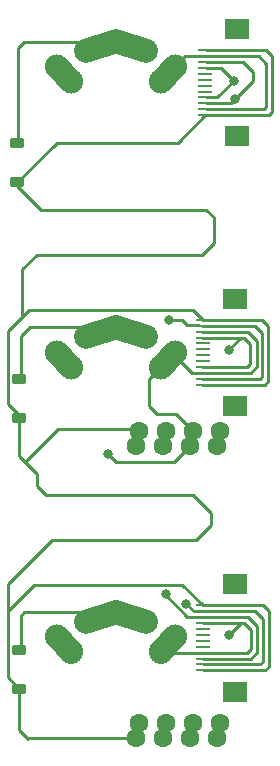
<source format=gbr>
%TF.GenerationSoftware,KiCad,Pcbnew,7.0.2*%
%TF.CreationDate,2024-09-11T13:34:27+02:00*%
%TF.ProjectId,column,636f6c75-6d6e-42e6-9b69-6361645f7063,rev?*%
%TF.SameCoordinates,Original*%
%TF.FileFunction,Copper,L2,Bot*%
%TF.FilePolarity,Positive*%
%FSLAX46Y46*%
G04 Gerber Fmt 4.6, Leading zero omitted, Abs format (unit mm)*
G04 Created by KiCad (PCBNEW 7.0.2) date 2024-09-11 13:34:27*
%MOMM*%
%LPD*%
G01*
G04 APERTURE LIST*
G04 Aperture macros list*
%AMRoundRect*
0 Rectangle with rounded corners*
0 $1 Rounding radius*
0 $2 $3 $4 $5 $6 $7 $8 $9 X,Y pos of 4 corners*
0 Add a 4 corners polygon primitive as box body*
4,1,4,$2,$3,$4,$5,$6,$7,$8,$9,$2,$3,0*
0 Add four circle primitives for the rounded corners*
1,1,$1+$1,$2,$3*
1,1,$1+$1,$4,$5*
1,1,$1+$1,$6,$7*
1,1,$1+$1,$8,$9*
0 Add four rect primitives between the rounded corners*
20,1,$1+$1,$2,$3,$4,$5,0*
20,1,$1+$1,$4,$5,$6,$7,0*
20,1,$1+$1,$6,$7,$8,$9,0*
20,1,$1+$1,$8,$9,$2,$3,0*%
%AMHorizOval*
0 Thick line with rounded ends*
0 $1 width*
0 $2 $3 position (X,Y) of the first rounded end (center of the circle)*
0 $4 $5 position (X,Y) of the second rounded end (center of the circle)*
0 Add line between two ends*
20,1,$1,$2,$3,$4,$5,0*
0 Add two circle primitives to create the rounded ends*
1,1,$1,$2,$3*
1,1,$1,$4,$5*%
G04 Aperture macros list end*
%TA.AperFunction,SMDPad,CuDef*%
%ADD10R,1.250000X0.280000*%
%TD*%
%TA.AperFunction,SMDPad,CuDef*%
%ADD11R,2.000000X1.800000*%
%TD*%
%TA.AperFunction,SMDPad,CuDef*%
%ADD12RoundRect,0.225000X-0.375000X0.225000X-0.375000X-0.225000X0.375000X-0.225000X0.375000X0.225000X0*%
%TD*%
%TA.AperFunction,ComponentPad*%
%ADD13HorizOval,2.032000X-0.608505X0.641231X0.608505X-0.641231X0*%
%TD*%
%TA.AperFunction,ComponentPad*%
%ADD14C,2.032000*%
%TD*%
%TA.AperFunction,ComponentPad*%
%ADD15HorizOval,2.032000X-0.608505X-0.641231X0.608505X0.641231X0*%
%TD*%
%TA.AperFunction,ComponentPad*%
%ADD16HorizOval,2.032000X-1.269427X-0.410014X1.269427X0.410014X0*%
%TD*%
%TA.AperFunction,ComponentPad*%
%ADD17HorizOval,2.032000X-1.269427X0.410014X1.269427X-0.410014X0*%
%TD*%
%TA.AperFunction,ComponentPad*%
%ADD18C,1.600000*%
%TD*%
%TA.AperFunction,ViaPad*%
%ADD19C,0.800000*%
%TD*%
%TA.AperFunction,Conductor*%
%ADD20C,0.250000*%
%TD*%
G04 APERTURE END LIST*
D10*
%TO.P,J6,1,Pin_1*%
%TO.N,col0*%
X199707000Y-117950000D03*
%TO.P,J6,2,Pin_2*%
%TO.N,row_0*%
X199707000Y-118450000D03*
%TO.P,J6,3,Pin_3*%
%TO.N,row_1*%
X199707000Y-118950000D03*
%TO.P,J6,4,Pin_4*%
%TO.N,row_2*%
X199707000Y-119450000D03*
%TO.P,J6,5,Pin_5*%
%TO.N,unconnected-(J6-Pin_5-Pad5)*%
X199707000Y-119950000D03*
%TO.P,J6,6,Pin_6*%
%TO.N,unconnected-(J6-Pin_6-Pad6)*%
X199707000Y-120450000D03*
%TO.P,J6,7,Pin_7*%
%TO.N,unconnected-(J6-Pin_7-Pad7)*%
X199707000Y-120950000D03*
%TO.P,J6,8,Pin_8*%
%TO.N,unconnected-(J6-Pin_8-Pad8)*%
X199707000Y-121450000D03*
%TO.P,J6,9,Pin_9*%
%TO.N,row_2*%
X199707000Y-121950000D03*
%TO.P,J6,10,Pin_10*%
%TO.N,row_1*%
X199707000Y-122450000D03*
%TO.P,J6,11,Pin_11*%
%TO.N,row_0*%
X199707000Y-122950000D03*
%TO.P,J6,12,Pin_12*%
%TO.N,col0*%
X199707000Y-123450000D03*
D11*
%TO.P,J6,13*%
%TO.N,N/C*%
X202431000Y-125250000D03*
%TO.P,J6,14*%
X202431000Y-116150000D03*
%TD*%
D10*
%TO.P,J4,1,Pin_1*%
%TO.N,col0*%
X199707000Y-93775000D03*
%TO.P,J4,2,Pin_2*%
%TO.N,row_0*%
X199707000Y-94275000D03*
%TO.P,J4,3,Pin_3*%
%TO.N,row_1*%
X199707000Y-94775000D03*
%TO.P,J4,4,Pin_4*%
%TO.N,row_2*%
X199707000Y-95275000D03*
%TO.P,J4,5,Pin_5*%
%TO.N,unconnected-(J4-Pin_5-Pad5)*%
X199707000Y-95775000D03*
%TO.P,J4,6,Pin_6*%
%TO.N,unconnected-(J4-Pin_6-Pad6)*%
X199707000Y-96275000D03*
%TO.P,J4,7,Pin_7*%
%TO.N,unconnected-(J4-Pin_7-Pad7)*%
X199707000Y-96775000D03*
%TO.P,J4,8,Pin_8*%
%TO.N,unconnected-(J4-Pin_8-Pad8)*%
X199707000Y-97275000D03*
%TO.P,J4,9,Pin_9*%
%TO.N,row_2*%
X199707000Y-97775000D03*
%TO.P,J4,10,Pin_10*%
%TO.N,row_1*%
X199707000Y-98275000D03*
%TO.P,J4,11,Pin_11*%
%TO.N,row_0*%
X199707000Y-98775000D03*
%TO.P,J4,12,Pin_12*%
%TO.N,col0*%
X199707000Y-99275000D03*
D11*
%TO.P,J4,13*%
%TO.N,N/C*%
X202431000Y-101075000D03*
%TO.P,J4,14*%
X202431000Y-91975000D03*
%TD*%
%TO.P,J1,14*%
%TO.N,N/C*%
X202656000Y-69150000D03*
%TO.P,J1,13*%
X202656000Y-78250000D03*
D10*
%TO.P,J1,12,Pin_12*%
%TO.N,col0*%
X199932000Y-76450000D03*
%TO.P,J1,11,Pin_11*%
%TO.N,row_0*%
X199932000Y-75950000D03*
%TO.P,J1,10,Pin_10*%
%TO.N,row_1*%
X199932000Y-75450000D03*
%TO.P,J1,9,Pin_9*%
%TO.N,row_2*%
X199932000Y-74950000D03*
%TO.P,J1,8,Pin_8*%
%TO.N,unconnected-(J1-Pin_8-Pad8)*%
X199932000Y-74450000D03*
%TO.P,J1,7,Pin_7*%
%TO.N,unconnected-(J1-Pin_7-Pad7)*%
X199932000Y-73950000D03*
%TO.P,J1,6,Pin_6*%
%TO.N,unconnected-(J1-Pin_6-Pad6)*%
X199932000Y-73450000D03*
%TO.P,J1,5,Pin_5*%
%TO.N,unconnected-(J1-Pin_5-Pad5)*%
X199932000Y-72950000D03*
%TO.P,J1,4,Pin_4*%
%TO.N,row_2*%
X199932000Y-72450000D03*
%TO.P,J1,3,Pin_3*%
%TO.N,row_1*%
X199932000Y-71950000D03*
%TO.P,J1,2,Pin_2*%
%TO.N,row_0*%
X199932000Y-71450000D03*
%TO.P,J1,1,Pin_1*%
%TO.N,col0*%
X199932000Y-70950000D03*
%TD*%
D12*
%TO.P,D3,1,K*%
%TO.N,Net-(D3-K)*%
X184195806Y-121702668D03*
%TO.P,D3,2,A*%
%TO.N,col0*%
X184195806Y-125002668D03*
%TD*%
%TO.P,D2,1,K*%
%TO.N,Net-(D2-K)*%
X184200000Y-98750000D03*
%TO.P,D2,2,A*%
%TO.N,col0*%
X184200000Y-102050000D03*
%TD*%
%TO.P,D1,1,K*%
%TO.N,Net-(D1-K)*%
X184004698Y-78833109D03*
%TO.P,D1,2,A*%
%TO.N,col0*%
X184004698Y-82133109D03*
%TD*%
D13*
%TO.P,SW3,1,1*%
%TO.N,row_2*%
X187968592Y-121237762D03*
D14*
X188573491Y-121881194D03*
X196193491Y-121881194D03*
D15*
X196798390Y-121237762D03*
D16*
%TO.P,SW3,2,2*%
%TO.N,Net-(D3-K)*%
X191128143Y-118926263D03*
D14*
X192383491Y-118521194D03*
D17*
X193638839Y-118926263D03*
%TD*%
D13*
%TO.P,SW2,1,1*%
%TO.N,row_1*%
X187968592Y-97139762D03*
D14*
X188573491Y-97783194D03*
X196193491Y-97783194D03*
D15*
X196798390Y-97139762D03*
D16*
%TO.P,SW2,2,2*%
%TO.N,Net-(D2-K)*%
X191128143Y-94828263D03*
D14*
X192383491Y-94423194D03*
D17*
X193638839Y-94828263D03*
%TD*%
D13*
%TO.P,SW1,1,1*%
%TO.N,row_0*%
X187968592Y-72941762D03*
D14*
X188573491Y-73585194D03*
X196193491Y-73585194D03*
D15*
X196798390Y-72941762D03*
D16*
%TO.P,SW1,2,2*%
%TO.N,Net-(D1-K)*%
X191128143Y-70630263D03*
D14*
X192383491Y-70225194D03*
D17*
X193638839Y-70630263D03*
%TD*%
D18*
%TO.P,J3,1,Pin_1*%
%TO.N,col0*%
X194313491Y-127916194D03*
X194053491Y-129206194D03*
%TO.P,J3,2,Pin_2*%
%TO.N,row_0*%
X196339491Y-129206194D03*
X196599491Y-127916194D03*
%TO.P,J3,3,Pin_3*%
%TO.N,row_1*%
X198885491Y-127916194D03*
X198625491Y-129206194D03*
%TO.P,J3,4,Pin_4*%
%TO.N,row_2*%
X201171491Y-127916194D03*
X200911491Y-129206194D03*
%TD*%
%TO.P,J5,1,Pin_1*%
%TO.N,col0*%
X194348163Y-103204170D03*
X194088163Y-104494170D03*
%TO.P,J5,2,Pin_2*%
%TO.N,row_0*%
X196634163Y-103204170D03*
X196374163Y-104494170D03*
%TO.P,J5,3,Pin_3*%
%TO.N,row_1*%
X198660163Y-104494170D03*
X198920163Y-103204170D03*
%TO.P,J5,4,Pin_4*%
%TO.N,row_2*%
X201206163Y-103204170D03*
X200946163Y-104494170D03*
%TD*%
D19*
%TO.N,row_1*%
X191675000Y-105100500D03*
%TO.N,row_2*%
X201925000Y-96350000D03*
%TO.N,row_0*%
X196900000Y-93825000D03*
%TO.N,row_1*%
X202450000Y-75100000D03*
%TO.N,row_2*%
X202350000Y-73550000D03*
%TO.N,row_1*%
X196650000Y-116975000D03*
%TO.N,row_0*%
X198300000Y-117800000D03*
%TO.N,row_2*%
X201975000Y-120450000D03*
%TD*%
D20*
%TO.N,row_1*%
X197383491Y-96866491D02*
X198792000Y-98275000D01*
X197383491Y-96523194D02*
X197383491Y-96866491D01*
X198792000Y-98275000D02*
X199707000Y-98275000D01*
%TO.N,col0*%
X198903437Y-92971437D02*
X199707000Y-93775000D01*
X185003563Y-92971437D02*
X198903437Y-92971437D01*
X184087500Y-93887500D02*
X185003563Y-92971437D01*
%TO.N,row_0*%
X198415000Y-94240000D02*
X199435604Y-94240000D01*
X198000000Y-93825000D02*
X198415000Y-94240000D01*
X198000000Y-93825000D02*
X196900000Y-93825000D01*
X199678500Y-94275000D02*
X204146500Y-94275000D01*
%TO.N,row_1*%
X197329333Y-105825000D02*
X198660163Y-104494170D01*
X192399500Y-105825000D02*
X197329333Y-105825000D01*
X191675000Y-105100500D02*
X192399500Y-105825000D01*
X195850000Y-101750000D02*
X197465993Y-101750000D01*
X198920163Y-103204170D02*
X197465993Y-101750000D01*
%TO.N,col0*%
X205271500Y-94275000D02*
X204771500Y-93775000D01*
X199678500Y-99275000D02*
X204971500Y-99275000D01*
X205271500Y-98975000D02*
X205271500Y-94275000D01*
X204971500Y-99275000D02*
X205271500Y-98975000D01*
X204771500Y-93775000D02*
X199678500Y-93775000D01*
X197607000Y-78775000D02*
X199932000Y-76450000D01*
%TO.N,row_1*%
X195177492Y-101077492D02*
X195850000Y-101750000D01*
X195177492Y-98799193D02*
X195177492Y-101077492D01*
X196193491Y-97783194D02*
X195177492Y-98799193D01*
%TO.N,col0*%
X184450000Y-93525000D02*
X184087500Y-93887500D01*
X185700000Y-88250000D02*
X184450000Y-89500000D01*
X199675000Y-88250000D02*
X185700000Y-88250000D01*
X200650000Y-87275000D02*
X199675000Y-88250000D01*
X200025000Y-84475000D02*
X200650000Y-85100000D01*
X186025000Y-84475000D02*
X200025000Y-84475000D01*
X184004698Y-82454698D02*
X186025000Y-84475000D01*
X184004698Y-82133109D02*
X184004698Y-82454698D01*
X184087500Y-93887500D02*
X183250000Y-94725000D01*
X200650000Y-85100000D02*
X200650000Y-87275000D01*
X184450000Y-89500000D02*
X184450000Y-93525000D01*
%TO.N,row_2*%
X201871500Y-96350000D02*
X202946500Y-95275000D01*
X201925000Y-96350000D02*
X201871500Y-96350000D01*
%TO.N,col0*%
X183250000Y-100875000D02*
X184200000Y-101825000D01*
X184200000Y-101825000D02*
X184200000Y-102050000D01*
X183250000Y-94725000D02*
X183250000Y-100875000D01*
%TO.N,row_1*%
X202450000Y-75125000D02*
X202125000Y-75450000D01*
X202450000Y-75100000D02*
X202450000Y-75125000D01*
X202475000Y-75100000D02*
X202450000Y-75100000D01*
X204000000Y-72825000D02*
X204000000Y-73575000D01*
X202125000Y-75450000D02*
X200003500Y-75450000D01*
X203125000Y-71950000D02*
X204000000Y-72825000D01*
X204000000Y-73575000D02*
X202475000Y-75100000D01*
X200003500Y-71950000D02*
X203125000Y-71950000D01*
%TO.N,row_2*%
X201250000Y-72450000D02*
X202350000Y-73550000D01*
X200003500Y-72450000D02*
X201250000Y-72450000D01*
X200950000Y-74950000D02*
X200003500Y-74950000D01*
X202350000Y-73550000D02*
X200950000Y-74950000D01*
X202350000Y-73371500D02*
X202350000Y-73550000D01*
%TO.N,col0*%
X187362807Y-78775000D02*
X197607000Y-78775000D01*
X184004698Y-82133109D02*
X187362807Y-78775000D01*
%TO.N,row_0*%
X204471500Y-71450000D02*
X205096500Y-72075000D01*
X205096500Y-72075000D02*
X205096500Y-75750000D01*
X205096500Y-75750000D02*
X204896500Y-75950000D01*
X200003500Y-71450000D02*
X204471500Y-71450000D01*
X204896500Y-75950000D02*
X200003500Y-75950000D01*
%TO.N,col0*%
X205296500Y-76450000D02*
X205596500Y-76150000D01*
X205596500Y-76150000D02*
X205596500Y-71450000D01*
X205096500Y-70950000D02*
X200003500Y-70950000D01*
X205596500Y-71450000D02*
X205096500Y-70950000D01*
X200003500Y-76450000D02*
X205296500Y-76450000D01*
%TO.N,row_2*%
X202271500Y-73450000D02*
X202350000Y-73371500D01*
%TO.N,col0*%
X184200000Y-105324703D02*
X184200000Y-102050000D01*
X184661491Y-105786194D02*
X184200000Y-105324703D01*
%TO.N,row_0*%
X204146500Y-94275000D02*
X204771500Y-94900000D01*
X204771500Y-94900000D02*
X204771500Y-98575000D01*
X204771500Y-98575000D02*
X204571500Y-98775000D01*
X204571500Y-98775000D02*
X199678500Y-98775000D01*
%TO.N,row_2*%
X203746500Y-95825000D02*
X203746500Y-97500000D01*
X203471500Y-97775000D02*
X199678500Y-97775000D01*
X203746500Y-97500000D02*
X203471500Y-97775000D01*
X203196500Y-95275000D02*
X203746500Y-95825000D01*
%TO.N,row_1*%
X203771500Y-98275000D02*
X199678500Y-98275000D01*
X204321500Y-95550000D02*
X204321500Y-97725000D01*
X199678500Y-94775000D02*
X203546500Y-94775000D01*
X204321500Y-97725000D02*
X203771500Y-98275000D01*
X203546500Y-94775000D02*
X204321500Y-95550000D01*
%TO.N,row_2*%
X199678500Y-95275000D02*
X203196500Y-95275000D01*
X202946500Y-95275000D02*
X203196500Y-95275000D01*
%TO.N,row_1*%
X196575000Y-117050000D02*
X196650000Y-116975000D01*
X196575000Y-117100305D02*
X196575000Y-117050000D01*
X198424695Y-118950000D02*
X196575000Y-117100305D01*
X199707000Y-118950000D02*
X198424695Y-118950000D01*
%TO.N,row_0*%
X198950000Y-118450000D02*
X199707000Y-118450000D01*
X198300000Y-117800000D02*
X198950000Y-118450000D01*
%TO.N,row_2*%
X199707000Y-119450000D02*
X203225000Y-119450000D01*
%TO.N,col0*%
X185447343Y-116225000D02*
X183247343Y-118425000D01*
X197982000Y-116225000D02*
X185447343Y-116225000D01*
X199707000Y-117950000D02*
X197982000Y-116225000D01*
%TO.N,row_2*%
X202975000Y-119450000D02*
X203225000Y-119450000D01*
X201975000Y-120450000D02*
X202975000Y-119450000D01*
%TO.N,col0*%
X183247343Y-118425000D02*
X183247343Y-124054205D01*
X183247343Y-116122343D02*
X183247343Y-118425000D01*
X183247343Y-116122343D02*
X186947491Y-112422194D01*
X183247343Y-124054205D02*
X184195806Y-125002668D01*
%TO.N,row_2*%
X196262297Y-121950000D02*
X199707000Y-121950000D01*
X196193491Y-121881194D02*
X196262297Y-121950000D01*
%TO.N,col0*%
X184968806Y-129206194D02*
X194053491Y-129206194D01*
X184950000Y-129225000D02*
X184968806Y-129206194D01*
X184195806Y-128470806D02*
X184950000Y-129225000D01*
X184195806Y-125002668D02*
X184195806Y-128470806D01*
%TO.N,row_2*%
X203500000Y-121950000D02*
X199707000Y-121950000D01*
X203775000Y-121675000D02*
X203500000Y-121950000D01*
X203775000Y-120000000D02*
X203775000Y-121675000D01*
X203225000Y-119450000D02*
X203775000Y-120000000D01*
%TO.N,row_1*%
X203800000Y-122450000D02*
X199707000Y-122450000D01*
X204350000Y-119725000D02*
X204350000Y-121900000D01*
X203575000Y-118950000D02*
X204350000Y-119725000D01*
X204350000Y-121900000D02*
X203800000Y-122450000D01*
X199707000Y-118950000D02*
X203575000Y-118950000D01*
%TO.N,row_0*%
X204600000Y-122950000D02*
X199707000Y-122950000D01*
X204800000Y-119075000D02*
X204800000Y-122750000D01*
X204800000Y-122750000D02*
X204600000Y-122950000D01*
X204175000Y-118450000D02*
X204800000Y-119075000D01*
X199707000Y-118450000D02*
X204175000Y-118450000D01*
%TO.N,col0*%
X204800000Y-117950000D02*
X199707000Y-117950000D01*
X205300000Y-118450000D02*
X204800000Y-117950000D01*
X205300000Y-123150000D02*
X205300000Y-118450000D01*
X205000000Y-123450000D02*
X205300000Y-123150000D01*
X199707000Y-123450000D02*
X205000000Y-123450000D01*
%TO.N,Net-(D3-K)*%
X184325000Y-121573474D02*
X184195806Y-121702668D01*
X184325000Y-118825000D02*
X184325000Y-121573474D01*
X184628806Y-118521194D02*
X184325000Y-118825000D01*
X192383491Y-118521194D02*
X184628806Y-118521194D01*
%TO.N,Net-(D2-K)*%
X184350000Y-98600000D02*
X184200000Y-98750000D01*
X184350000Y-95150000D02*
X184350000Y-98600000D01*
X185076806Y-94423194D02*
X184350000Y-95150000D01*
X192383491Y-94423194D02*
X185076806Y-94423194D01*
%TO.N,Net-(D1-K)*%
X184075000Y-70775000D02*
X184075000Y-78762807D01*
X184624806Y-70225194D02*
X184075000Y-70775000D01*
X184075000Y-78762807D02*
X184004698Y-78833109D01*
X192383491Y-70225194D02*
X184624806Y-70225194D01*
%TO.N,row_0*%
X198258685Y-71450000D02*
X197383491Y-72325194D01*
X199932000Y-71450000D02*
X198258685Y-71450000D01*
%TO.N,col0*%
X198885491Y-108612194D02*
X186439491Y-108612194D01*
X199139491Y-112422194D02*
X200409491Y-111152194D01*
X184661491Y-105786194D02*
X187455491Y-102992194D01*
X186947491Y-112422194D02*
X199139491Y-112422194D01*
X200409491Y-110136194D02*
X198885491Y-108612194D01*
X185677491Y-107850194D02*
X185677491Y-106802194D01*
X186439491Y-108612194D02*
X185677491Y-107850194D01*
X200409491Y-111152194D02*
X200409491Y-110136194D01*
X187455491Y-102992194D02*
X194281491Y-102992194D01*
X185677491Y-106802194D02*
X184661491Y-105786194D01*
%TO.N,row_0*%
X188471491Y-73814194D02*
X187709491Y-73814194D01*
%TD*%
M02*

</source>
